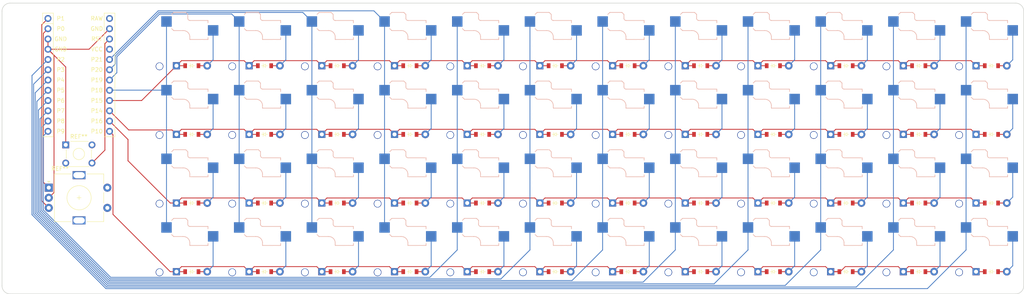
<source format=kicad_pcb>
(kicad_pcb (version 20240108) (generator "pcbnew") (generator_version "8.0")
  (title_block (title "pcb") (date "2025-06-06") (rev "v1.0.0") (company "Unknown"))
  (layers (0 "F.Cu" signal) (31 "B.Cu" signal) (34 "B.Paste" user) (35 "F.Paste" user) (36 "B.SilkS" user "B.Silkscreen") (37 "F.SilkS" user "F.Silkscreen") (38 "B.Mask" user) (39 "F.Mask" user) (44 "Edge.Cuts" user))
  (net 0 "")
  (net 1 "P18")
  (net 2 "one_mod")
  (net 3 "GND")
  (net 4 "one_bottom")
  (net 5 "one_home")
  (net 6 "one_top")
  (net 7 "P19")
  (net 8 "two_mod")
  (net 9 "two_bottom")
  (net 10 "two_home")
  (net 11 "two_top")
  (net 12 "P20")
  (net 13 "three_mod")
  (net 14 "three_bottom")
  (net 15 "three_home")
  (net 16 "three_top")
  (net 17 "P21")
  (net 18 "four_mod")
  (net 19 "four_bottom")
  (net 20 "four_home")
  (net 21 "four_top")
  (net 22 "P9")
  (net 23 "five_mod")
  (net 24 "five_bottom")
  (net 25 "five_home")
  (net 26 "five_top")
  (net 27 "P8")
  (net 28 "six_mod")
  (net 29 "six_bottom")
  (net 30 "six_home")
  (net 31 "six_top")
  (net 32 "P7")
  (net 33 "seven_mod")
  (net 34 "seven_bottom")
  (net 35 "seven_home")
  (net 36 "seven_top")
  (net 37 "P6")
  (net 38 "eight_mod")
  (net 39 "eight_bottom")
  (net 40 "eight_home")
  (net 41 "eight_top")
  (net 42 "P5")
  (net 43 "nine_mod")
  (net 44 "nine_bottom")
  (net 45 "nine_home")
  (net 46 "nine_top")
  (net 47 "P4")
  (net 48 "ten_mod")
  (net 49 "ten_bottom")
  (net 50 "ten_home")
  (net 51 "ten_top")
  (net 52 "P3")
  (net 53 "eleven_mod")
  (net 54 "eleven_bottom")
  (net 55 "eleven_home")
  (net 56 "eleven_top")
  (net 57 "P2")
  (net 58 "twelve_mod")
  (net 59 "twelve_bottom")
  (net 60 "twelve_home")
  (net 61 "twelve_top")
  (net 62 "P10")
  (net 63 "P16")
  (net 64 "P14")
  (net 65 "P15")
  (net 66 "RAW")
  (net 67 "RST")
  (net 68 "VCC")
  (net 69 "P1")
  (net 70 "P0")
  (footprint "ceoloide:diode_tht_sod123" (layer "F.Cu") (at 139 54)
    (property "Reference" "D12" (hide yes))
    (property "Value" "")
  )
  (footprint "ceoloide:diode_tht_sod123" (layer "F.Cu") (at 121 88)
    (property "Reference" "D6" (hide yes))
    (property "Value" "")
  )
  (footprint "ceoloide:diode_tht_sod123" (layer "F.Cu") (at 103 105)
    (property "Reference" "D1" (hide yes))
    (property "Value" "")
  )
  (footprint "ceoloide:diode_tht_sod123" (layer "F.Cu") (at 283 88)
    (property "Reference" "D42" (hide yes))
    (property "Value" "")
  )
  (footprint "ceoloide:mounting_hole_npth" (layer "F.Cu") (at 62 41)
    (property "Reference" "MH1" (hide yes))
    (property "Value" "")
  )
  (footprint "ceoloide:diode_tht_sod123" (layer "F.Cu") (at 301 71)
    (property "Reference" "D47" (hide yes))
    (property "Value" "")
  )
  (footprint "ceoloide:diode_tht_sod123" (layer "F.Cu") (at 193 71)
    (property "Reference" "D23" (hide yes))
    (property "Value" "")
  )
  (footprint "ceoloide:diode_tht_sod123" (layer "F.Cu") (at 193 54)
    (property "Reference" "D24" (hide yes))
    (property "Value" "")
  )
  (footprint "Rotary_Encoder:RotaryEncoder_Alps_EC11E-Switch_Vertical_H20mm" (layer "F.Cu") (at 67.575 84.2)
    (property "Reference" "REF**")
    (property "Value" "RotaryEncoder_Alps_EC11E-Switch_Vertical_H20mm")
  )
  (footprint "ceoloide:diode_tht_sod123" (layer "F.Cu") (at 229 71)
    (property "Reference" "D31" (hide yes))
    (property "Value" "")
  )
  (footprint "ceoloide:diode_tht_sod123" (layer "F.Cu") (at 193 88)
    (property "Reference" "D22" (hide yes))
    (property "Value" "")
  )
  (footprint "ceoloide:diode_tht_sod123" (layer "F.Cu") (at 103 71)
    (property "Reference" "D3" (hide yes))
    (property "Value" "")
  )
  (footprint "ceoloide:diode_tht_sod123" (layer "F.Cu") (at 157 105)
    (property "Reference" "D13" (hide yes))
    (property "Value" "")
  )
  (footprint "ceoloide:diode_tht_sod123" (layer "F.Cu") (at 301 54)
    (property "Reference" "D48" (hide yes))
    (property "Value" "")
  )
  (footprint "ceoloide:diode_tht_sod123" (layer "F.Cu") (at 121 105)
    (property "Reference" "D5" (hide yes))
    (property "Value" "")
  )
  (footprint "ceoloide:mounting_hole_npth" (layer "F.Cu") (at 62 108)
    (property "Reference" "MH2" (hide yes))
    (property "Value" "")
  )
  (footprint "ceoloide:diode_tht_sod123" (layer "F.Cu") (at 265 105)
    (property "Reference" "D37" (hide yes))
    (property "Value" "")
  )
  (footprint "ceoloide:diode_tht_sod123" (layer "F.Cu") (at 283 54)
    (property "Reference" "D44" (hide yes))
    (property "Value" "")
  )
  (footprint "ceoloide:diode_tht_sod123" (layer "F.Cu") (at 211 105)
    (property "Reference" "D25" (hide yes))
    (property "Value" "")
  )
  (footprint "Button_Switch_THT:SW_TH_Tactile_Omron_B3F-10xx" (layer "F.Cu") (at 71.775 73.6)
    (property "Reference" "REF**")
    (property "Value" "SW_TH_Tactile_Omron_B3F-10xx")
  )
  (footprint "ceoloide:diode_tht_sod123" (layer "F.Cu") (at 121 71)
    (property "Reference" "D7" (hide yes))
    (property "Value" "")
  )
  (footprint "ceoloide:diode_tht_sod123" (layer "F.Cu") (at 211 88)
    (property "Reference" "D26" (hide yes))
    (property "Value" "")
  )
  (footprint "ceoloide:diode_tht_sod123" (layer "F.Cu") (at 247 105)
    (property "Reference" "D33" (hide yes))
    (property "Value" "")
  )
  (footprint "ceoloide:diode_tht_sod123" (layer "F.Cu") (at 265 88)
    (property "Reference" "D38" (hide yes))
    (property "Value" "")
  )
  (footprint "ceoloide:diode_tht_sod123" (layer "F.Cu") (at 247 54)
    (property "Reference" "D36" (hide yes))
    (property "Value" "")
  )
  (footprint "ceoloide:mcu_supermini_nrf52840" (layer "F.Cu") (at 75 55)
    (property "Reference" "MCU1" (hide yes))
    (property "Value" "")
  )
  (footprint "ceoloide:diode_tht_sod123" (layer "F.Cu") (at 139 105)
    (property "Reference" "D9" (hide yes))
    (property "Value" "")
  )
  (footprint "ceoloide:diode_tht_sod123" (layer "F.Cu") (at 139 88)
    (property "Reference" "D10" (hide yes))
    (property "Value" "")
  )
  (footprint "ceoloide:diode_tht_sod123" (layer "F.Cu") (at 229 105)
    (property "Reference" "D29" (hide yes))
    (property "Value" "")
  )
  (footprint "ceoloide:diode_tht_sod123" (layer "F.Cu") (at 211 71)
    (property "Reference" "D27" (hide yes))
    (property "Value" "")
  )
  (footprint "ceoloide:diode_tht_sod123" (layer "F.Cu") (at 247 88)
    (property "Reference" "D34" (hide yes))
    (property "Value" "")
  )
  (footprint "ceoloide:diode_tht_sod123" (layer "F.Cu") (at 283 105)
    (property "Reference" "D41" (hide yes))
    (property "Value" "")
  )
  (footprint "ceoloide:diode_tht_sod123" (layer "F.Cu") (at 265 54)
    (property "Reference" "D40" (hide yes))
    (property "Value" "")
  )
  (footprint "ceoloide:mounting_hole_npth" (layer "F.Cu") (at 306 108)
    (property "Reference" "MH4" (hide yes))
    (property "Value" "")
  )
  (footprint "ceoloide:diode_tht_sod123" (layer "F.Cu") (at 175 71)
    (property "Reference" "D19" (hide yes))
    (property "Value" "")
  )
  (footprint "ceoloide:diode_tht_sod123" (layer "F.Cu") (at 139 71)
    (property "Reference" "D11" (hide yes))
    (property "Value" "")
  )
  (footprint "ceoloide:diode_tht_sod123" (layer "F.Cu") (at 103 54)
    (property "Reference" "D4" (hide yes))
    (property "Value" "")
  )
  (footprint "ceoloide:diode_tht_sod123" (layer "F.Cu") (at 157 54)
    (property "Reference" "D16" (hide yes))
    (property "Value" "")
  )
  (footprint "ceoloide:diode_tht_sod123" (layer "F.Cu") (at 121 54)
    (property "Reference" "D8" (hide yes))
    (property "Value" "")
  )
  (footprint "ceoloide:diode_tht_sod123" (layer "F.Cu") (at 247 71)
    (property "Reference" "D35" (hide yes))
    (property "Value" "")
  )
  (footprint "ceoloide:diode_tht_sod123" (layer "F.Cu") (at 229 88)
    (property "Reference" "D30" (hide yes))
    (property "Value" "")
  )
  (footprint "ceoloide:mounting_hole_npth" (layer "F.Cu") (at 306 41)
    (property "Reference" "MH3" (hide yes))
    (property "Value" "")
  )
  (footprint "ceoloide:diode_tht_sod123" (layer "F.Cu") (at 211 54)
    (property "Reference" "D28" (hide yes))
    (property "Value" "")
  )
  (footprint "ceoloide:diode_tht_sod123" (layer "F.Cu") (at 175 88)
    (property "Reference" "D18" (hide yes))
    (property "Value" "")
  )
  (footprint "ceoloide:diode_tht_sod123" (layer "F.Cu") (at 157 88)
    (property "Reference" "D14" (hide yes))
    (property "Value" "")
  )
  (footprint "ceoloide:diode_tht_sod123" (layer "F.Cu") (at 175 105)
    (property "Reference" "D17" (hide yes))
    (property "Value" "")
  )
  (footprint "ceoloide:diode_tht_sod123" (layer "F.Cu") (at 175 54)
    (property "Reference" "D20" (hide yes))
    (property "Value" "")
  )
  (footprint "ceoloide:diode_tht_sod123" (layer "F.Cu") (at 265 71)
    (property "Reference" "D39" (hide yes))
    (property "Value" "")
  )
  (footprint "ceoloide:diode_tht_sod123" (layer "F.Cu") (at 157 71)
    (property "Reference" "D15" (hide yes))
    (property "Value" "")
  )
  (footprint "ceoloide:diode_tht_sod123" (layer "F.Cu") (at 229 54)
    (property "Reference" "D32" (hide yes))
    (property "Value" "")
  )
  (footprint "ceoloide:diode_tht_sod123" (layer "F.Cu") (at 193 105)
    (property "Reference" "D21" (hide yes))
    (property "Value" "")
  )
  (footprint "ceoloide:diode_tht_sod123" (layer "F.Cu") (at 301 88)
    (property "Reference" "D46" (hide yes))
    (property "Value" "")
  )
  (footprint "ceoloide:diode_tht_sod123" (layer "F.Cu") (at 283 71)
    (property "Reference" "D43" (hide yes))
    (property "Value" "")
  )
  (footprint "ceoloide:diode_tht_sod123" (layer "F.Cu") (at 301 105)
    (property "Reference" "D45" (hide yes))
    (property "Value" "")
  )
  (footprint "ceoloide:diode_tht_sod123" (layer "F.Cu") (at 103 88)
    (property "Reference" "D2" (hide yes))
    (property "Value" "")
  )
  (footprint "ceoloide:switch_choc_v1_v2" (layer "B.Cu") (at 280 83)
    (property "Reference" "S42" (hide yes))
    (property "Value" "")
  )
  (footprint "ceoloide:switch_choc_v1_v2" (layer "B.Cu") (at 172 100)
    (property "Reference" "S17" (hide yes))
    (property "Value" "")
  )
  (footprint "ceoloide:switch_choc_v1_v2" (layer "B.Cu") (at 190 100)
    (property "Reference" "S21" (hide yes))
    (property "Value" "")
  )
  (footprint "ceoloide:switch_choc_v1_v2" (layer "B.Cu") (at 244 83)
    (property "Reference" "S34" (hide yes))
    (property "Value" "")
  )
  (footprint "ceoloide:switch_choc_v1_v2" (layer "B.Cu") (at 280 100)
    (property "Reference" "S41" (hide yes))
    (property "Value" "")
  )
  (footprint "ceoloide:switch_choc_v1_v2" (layer "B.Cu") (at 208 49)
    (property "Reference" "S28" (hide yes))
    (property "Value" "")
  )
  (footprint "ceoloide:switch_choc_v1_v2" (layer "B.Cu") (at 136 83)
    (property "Reference" "S10" (hide yes))
    (property "Value" "")
  )
  (footprint "ceoloide:switch_choc_v1_v2" (layer "B.Cu") (at 262 49)
    (property "Reference" "S40" (hide yes))
    (property "Value" "")
  )
  (footprint "ceoloide:switch_choc_v1_v2" (layer "B.Cu") (at 226 49)
    (property "Reference" "S32" (hide yes))
    (property "Value" "")
  )
  (footprint "ceoloide:switch_choc_v1_v2" (layer "B.Cu") (at 208 66)
    (property "Reference" "S27" (hide yes))
    (property "Value" "")
  )
  (footprint "ceoloide:switch_choc_v1_v2" (layer "B.Cu") (at 154 83)
    (property "Reference" "S14" (hide yes))
    (property "Value" "")
  )
  (footprint "ceoloide:switch_choc_v1_v2" (layer "B.Cu") (at 298 100)
    (property "Reference" "S45" (hide yes))
    (property "Value" "")
  )
  (footprint "ceoloide:switch_choc_v1_v2" (layer "B.Cu") (at 190 83)
    (property "Reference" "S22" (hide yes))
    (property "Value" "")
  )
  (footprint "ceoloide:switch_choc_v1_v2" (layer "B.Cu") (at 226 100)
    (property "Reference" "S29" (hide yes))
    (property "Value" "")
  )
  (footprint "ceoloide:switch_choc_v1_v2" (layer "B.Cu") (at 100 83)
    (property "Reference" "S2" (hide yes))
    (property "Value" "")
  )
  (footprint "ceoloide:switch_choc_v1_v2" (layer "B.Cu") (at 154 49)
    (property "Reference" "S16" (hide yes))
    (property "Value" "")
  )
  (footprint "ceoloide:switch_choc_v1_v2" (layer "B.Cu") (at 298 66)
    (property "Reference" "S47" (hide yes))
    (property "Value" "")
  )
  (footprint "ceoloide:switch_choc_v1_v2" (layer "B.Cu") (at 100 49)
    (property "Reference" "S4" (hide yes))
    (property "Value" "")
  )
  (footprint "ceoloide:switch_choc_v1_v2" (layer "B.Cu") (at 244 66)
    (property "Reference" "S35" (hide yes))
    (property "Value" "")
  )
  (footprint "ceoloide:switch_choc_v1_v2" (layer "B.Cu") (at 262 83)
    (property "Reference" "S38" (hide yes))
    (property "Value" "")
  )
  (footprint "ceoloide:switch_choc_v1_v2" (layer "B.Cu") (at 118 100)
    (property "Reference" "S5" (hide yes))
    (property "Value" "")
  )
  (footprint "ceoloide:switch_choc_v1_v2" (layer "B.Cu") (at 136 66)
    (property "Reference" "S11" (hide yes))
    (property "Value" "")
  )
  (footprint "ceoloide:switch_choc_v1_v2" (layer "B.Cu") (at 298 83)
    (property "Reference" "S46" (hide yes))
    (property "Value" "")
  )
  (footprint "ceoloide:switch_choc_v1_v2" (layer "B.Cu") (at 172 66)
    (property "Reference" "S19" (hide yes))
    (property "Value" "")
  )
  (footprint "ceoloide:switch_choc_v1_v2" (layer "B.Cu") (at 244 49)
    (property "Reference" "S36" (hide yes))
    (property "Value" "")
  )
  (footprint "ceoloide:switch_choc_v1_v2" (layer "B.Cu") (at 244 100)
    (property "Reference" "S33" (hide yes))
    (property "Value" "")
  )
  (footprint "ceoloide:switch_choc_v1_v2" (layer "B.Cu") (at 208 83)
    (property "Reference" "S26" (hide yes))
    (property "Value" "")
  )
  (footprint "ceoloide:switch_choc_v1_v2" (layer "B.Cu") (at 100 66)
    (property "Reference" "S3" (hide yes))
    (property "Value" "")
  )
  (footprint "ceoloide:switch_choc_v1_v2" (layer "B.Cu") (at 172 49)
    (property "Reference" "S20" (hide yes))
    (property "Value" "")
  )
  (footprint "ceoloide:switch_choc_v1_v2" (layer "B.Cu") (at 118 83)
    (property "Reference" "S6" (hide yes))
    (property "Value" "")
  )
  (footprint "ceoloide:switch_choc_v1_v2" (layer "B.Cu") (at 262 66)
    (property "Reference" "S39" (hide yes))
    (property "Value" "")
  )
  (footprint "ceoloide:switch_choc_v1_v2" (layer "B.Cu") (at 118 49)
    (property "Reference" "S8" (hide yes))
    (property "Value" "")
  )
  (footprint "ceoloide:switch_choc_v1_v2" (layer "B.Cu") (at 136 100)
    (property "Reference" "S9" (hide yes))
    (property "Value" "")
  )
  (footprint "ceoloide:switch_choc_v1_v2" (layer "B.Cu") (at 118 66)
    (property "Reference" "S7" (hide yes))
    (property "Value" "")
  )
  (footprint "ceoloide:switch_choc_v1_v2" (layer "B.Cu") (at 172 83)
    (property "Reference" "S18" (hide yes))
    (property "Value" "")
  )
  (footprint "ceoloide:switch_choc_v1_v2" (layer "B.Cu") (at 226 66)
    (property "Reference" "S31" (hide yes))
    (property "Value" "")
  )
  (footprint "ceoloide:switch_choc_v1_v2" (layer "B.Cu") (at 190 66)
    (property "Reference" "S23" (hide yes))
    (property "Value" "")
  )
  (footprint "ceoloide:switch_choc_v1_v2" (layer "B.Cu") (at 190 49)
    (property "Reference" "S24" (hide yes))
    (property "Value" "")
  )
  (footprint "ceoloide:switch_choc_v1_v2" (layer "B.Cu") (at 262 100)
    (property "Reference" "S37" (hide yes))
    (property "Value" "")
  )
  (footprint "ceoloide:switch_choc_v1_v2" (layer "B.Cu") (at 280 66)
    (property "Reference" "S43" (hide yes))
    (property "Value" "")
  )
  (footprint "ceoloide:switch_choc_v1_v2" (layer "B.Cu") (at 208 100)
    (property "Reference" "S25" (hide yes))
    (property "Value" "")
  )
  (footprint "ceoloide:switch_choc_v1_v2" (layer "B.Cu") (at 136 49)
    (property "Reference" "S12" (hide yes))
    (property "Value" "")
  )
  (footprint "ceoloide:switch_choc_v1_v2" (layer "B.Cu") (at 298 49)
    (property "Reference" "S48" (hide yes))
    (property "Value" "")
  )
  (footprint "ceoloide:switch_choc_v1_v2" (layer "B.Cu") (at 280 49)
    (property "Reference" "S44" (hide yes))
    (property "Value" "")
  )
  (footprint "ceoloide:switch_choc_v1_v2" (layer "B.Cu") (at 226 83)
    (property "Reference" "S30" (hide yes))
    (property "Value" "")
  )
  (footprint "ceoloide:switch_choc_v1_v2" (layer "B.Cu") (at 100 100)
    (property "Reference" "S1" (hide yes))
    (property "Value" "")
  )
  (footprint "ceoloide:switch_choc_v1_v2" (layer "B.Cu") (at 154 100)
    (property "Reference" "S13" (hide yes))
    (property "Value" "")
  )
  (footprint "ceoloide:switch_choc_v1_v2" (layer "B.Cu") (at 154 66)
    (property "Reference" "S15" (hide yes))
    (property "Value" "")
  )
  (gr_line (start 58 38.5) (end 307 38.5) (stroke (width 0.15)) (layer "Edge.Cuts"))
  (gr_line (start 56 108.5) (end 56 40.5) (stroke (width 0.15)) (layer "Edge.Cuts"))
  (gr_arc (start 307 38.5) (mid 308.414214 39.085786) (end 309 40.5) (stroke (width 0.15)) (layer "Edge.Cuts"))
  (gr_line (start 309 40.5) (end 309 108.5) (stroke (width 0.15)) (layer "Edge.Cuts"))
  (gr_arc (start 56 40.5) (mid 56.585786 39.085786) (end 58 38.5) (stroke (width 0.15)) (layer "Edge.Cuts"))
  (gr_arc (start 309 108.5) (mid 308.414214 109.914214) (end 307 110.5) (stroke (width 0.15)) (layer "Edge.Cuts"))
  (gr_line (start 307 110.5) (end 58 110.5) (stroke (width 0.15)) (layer "Edge.Cuts"))
  (gr_arc (start 58 110.5) (mid 56.585786 109.914214) (end 56 108.5) (stroke (width 0.15)) (layer "Edge.Cuts"))
  (segment (start 96.725 60.05) (end 82.65 60.05) (width 0.2) (layer "B.Cu") (net 1))
  (segment (start 82.65 60.05) (end 82.62 60.08) (width 0.2) (layer "B.Cu") (net 1))
  (segment (start 96.725 60.05) (end 96.725 77.05) (width 0.2) (layer "B.Cu") (net 1))
  (segment (start 96.725 43.05) (end 96.725 60.05) (width 0.2) (layer "B.Cu") (net 1))
  (segment (start 96.725 77.05) (end 96.725 94.05) (width 0.2) (layer "B.Cu") (net 1))
  (segment (start 104.65 105) (end 106.81 105) (width 0.2) (layer "F.Cu") (net 2))
  (segment (start 108.275 103.535) (end 106.81 105) (width 0.2) (layer "B.Cu") (net 2))
  (segment (start 108.275 96.25) (end 108.275 103.535) (width 0.2) (layer "B.Cu") (net 2))
  (segment (start 67.575 86.7) (end 68.875 85.4) (width 0.2) (layer "F.Cu") (net 3))
  (segment (start 67.38 49.92) (end 67.38 47.38) (width 0.2) (layer "F.Cu") (net 3))
  (segment (start 77.54 49.92) (end 82.62 44.84) (width 0.2) (layer "F.Cu") (net 3))
  (segment (start 68.875 85.4) (end 68.875 51.415) (width 0.2) (layer "F.Cu") (net 3))
  (segment (start 67.38 49.92) (end 77.54 49.92) (width 0.2) (layer "F.Cu") (net 3))
  (segment (start 71.775 73.6) (end 71.775 54.315) (width 0.2) (layer "F.Cu") (net 3))
  (segment (start 68.875 51.415) (end 67.38 49.92) (width 0.2) (layer "F.Cu") (net 3))
  (segment (start 71.775 54.315) (end 67.38 49.92) (width 0.2) (layer "F.Cu") (net 3))
  (segment (start 106.81 88) (end 104.65 88) (width 0.2) (layer "F.Cu") (net 4))
  (segment (start 108.275 86.535) (end 106.81 88) (width 0.2) (layer "B.Cu") (net 4))
  (segment (start 108.275 79.25) (end 108.275 86.535) (width 0.2) (layer "B.Cu") (net 4))
  (segment (start 104.65 71) (end 106.81 71) (width 0.2) (layer "F.Cu") (net 5))
  (segment (start 108.275 69.535) (end 106.81 71) (width 0.2) (layer "B.Cu") (net 5))
  (segment (start 108.275 62.25) (end 108.275 69.535) (width 0.2) (layer "B.Cu") (net 5))
  (segment (start 104.65 54) (end 106.81 54) (width 0.2) (layer "F.Cu") (net 6))
  (segment (start 108.275 45.25) (end 108.275 52.535) (width 0.2) (layer "B.Cu") (net 6))
  (segment (start 108.275 52.535) (end 106.81 54) (width 0.2) (layer "B.Cu") (net 6))
  (segment (start 114.725 77.05) (end 114.725 94.05) (width 0.2) (layer "B.Cu") (net 7))
  (segment (start 112.875 41.2) (end 95.025 41.2) (width 0.2) (layer "B.Cu") (net 7))
  (segment (start 84.425 55.735) (end 82.62 57.54) (width 0.2) (layer "B.Cu") (net 7))
  (segment (start 95.025 41.2) (end 84.425 51.8) (width 0.2) (layer "B.Cu") (net 7))
  (segment (start 114.725 43.05) (end 112.875 41.2) (width 0.2) (layer "B.Cu") (net 7))
  (segment (start 114.725 60.05) (end 114.725 77.05) (width 0.2) (layer "B.Cu") (net 7))
  (segment (start 84.425 51.8) (end 84.425 55.735) (width 0.2) (layer "B.Cu") (net 7))
  (segment (start 114.725 43.05) (end 114.725 60.05) (width 0.2) (layer "B.Cu") (net 7))
  (segment (start 122.65 105) (end 124.81 105) (width 0.2) (layer "F.Cu") (net 8))
  (segment (start 126.275 96.25) (end 126.275 103.535) (width 0.2) (layer "B.Cu") (net 8))
  (segment (start 126.275 103.535) (end 124.81 105) (width 0.2) (layer "B.Cu") (net 8))
  (segment (start 124.81 88) (end 122.65 88) (width 0.2) (layer "F.Cu") (net 9))
  (segment (start 126.275 86.535) (end 124.81 88) (width 0.2) (layer "B.Cu") (net 9))
  (segment (start 126.275 79.25) (end 126.275 86.535) (width 0.2) (layer "B.Cu") (net 9))
  (segment (start 122.65 71) (end 124.81 71) (width 0.2) (layer "F.Cu") (net 10))
  (segment (start 126.275 69.535) (end 124.81 71) (width 0.2) (layer "B.Cu") (net 10))
  (segment (start 126.275 62.25) (end 126.275 69.535) (width 0.2) (layer "B.Cu") (net 10))
  (segment (start 122.65 54) (end 124.81 54) (width 0.2) (layer "F.Cu") (net 11))
  (segment (start 126.275 52.535) (end 124.81 54) (width 0.2) (layer "B.Cu") (net 11))
  (segment (start 126.275 45.25) (end 126.275 52.535) (width 0.2) (layer "B.Cu") (net 11))
  (segment (start 94.859315 40.8) (end 84.025 51.634315) (width 0.2) (layer "B.Cu") (net 12))
  (segment (start 132.725 43.05) (end 132.725 60.05) (width 0.2) (layer "B.Cu") (net 12))
  (segment (start 84.025 51.634315) (end 84.025 53.595) (width 0.2) (layer "B.Cu") (net 12))
  (segment (start 132.725 77.05) (end 132.725 94.05) (width 0.2) (layer "B.Cu") (net 12))
  (segment (start 132.725 43.05) (end 130.475 40.8) (width 0.2) (layer "B.Cu") (net 12))
  (segment (start 130.475 40.8) (end 94.859315 40.8) (width 0.2) (layer "B.Cu") (net 12))
  (segment (start 84.025 53.595) (end 82.62 55) (width 0.2) (layer "B.Cu") (net 12))
  (segment (start 132.725 60.05) (end 132.725 77.05) (width 0.2) (layer "B.Cu") (net 12))
  (segment (start 140.65 105) (end 142.81 105) (width 0.2) (layer "F.Cu") (net 13))
  (segment (start 144.275 96.25) (end 144.275 103.535) (width 0.2) (layer "B.Cu") (net 13))
  (segment (start 144.275 103.535) (end 142.81 105) (width 0.2) (layer "B.Cu") (net 13))
  (segment (start 142.81 88) (end 140.65 88) (width 0.2) (layer "F.Cu") (net 14))
  (segment (start 144.275 86.535) (end 142.81 88) (width 0.2) (layer "B.Cu") (net 14))
  (segment (start 144.275 79.25) (end 144.275 86.535) (width 0.2) (layer "B.Cu") (net 14))
  (segment (start 140.65 71) (end 142.81 71) (width 0.2) (layer "F.Cu") (net 15))
  (segment (start 144.275 62.25) (end 144.275 69.535) (width 0.2) (layer "B.Cu") (net 15))
  (segment (start 144.275 69.535) (end 142.81 71) (width 0.2) (layer "B.Cu") (net 15))
  (segment (start 140.65 54) (end 142.81 54) (width 0.2) (layer "F.Cu") (net 16))
  (segment (start 144.275 52.535) (end 142.81 54) (width 0.2) (layer "B.Cu") (net 16))
  (segment (start 144.275 45.25) (end 144.275 52.535) (width 0.2) (layer "B.Cu") (net 16))
  (segment (start 148.075 40.4) (end 94.68 40.4) (width 0.2) (layer "B.Cu") (net 17))
  (segment (start 150.725 43.05) (end 150.725 60.05) (width 0.2) (layer "B.Cu") (net 17))
  (segment (start 94.68 40.4) (end 82.62 52.46) (width 0.2) (layer "B.Cu") (net 17))
  (segment (start 150.725 77.05) (end 150.725 94.05) (width 0.2) (layer "B.Cu") (net 17))
  (segment (start 150.725 43.05) (end 148.075 40.4) (width 0.2) (layer "B.Cu") (net 17))
  (segment (start 150.725 60.05) (end 150.725 77.05) (width 0.2) (layer "B.Cu") (net 17))
  (segment (start 158.65 105) (end 160.81 105) (width 0.2) (layer "F.Cu") (net 18))
  (segment (start 162.275 96.25) (end 162.275 103.535) (width 0.2) (layer "B.Cu") (net 18))
  (segment (start 162.275 103.535) (end 160.81 105) (width 0.2) (layer "B.Cu") (net 18))
  (segment (start 160.81 88) (end 158.65 88) (width 0.2) (layer "F.Cu") (net 19))
  (segment (start 162.275 79.25) (end 162.275 86.535) (width 0.2) (layer "B.Cu") (net 19))
  (segment (start 162.275 86.535) (end 160.81 88) (width 0.2) (layer "B.Cu") (net 19))
  (segment (start 158.65 71) (end 160.81 71) (width 0.2) (layer "F.Cu") (net 20))
  (segment (start 162.275 62.25) (end 162.275 69.535) (width 0.2) (layer "B.Cu") (net 20))
  (segment (start 162.275 69.535) (end 160.81 71) (width 0.2) (layer "B.Cu") (net 20))
  (segment (start 158.65 54) (end 160.81 54) (width 0.2) (layer "F.Cu") (net 21))
  (segment (start 162.275 52.535) (end 160.81 54) (width 0.2) (layer "B.Cu") (net 21))
  (segment (start 162.275 45.25) (end 162.275 52.535) (width 0.2) (layer "B.Cu") (net 21))
  (segment (start 82.9 106.4) (end 66.225 89.725) (width 0.2) (layer "B.Cu") (net 22))
  (segment (start 168.725 60.05) (end 168.725 77.05) (width 0.2) (layer "B.Cu") (net 22))
  (segment (start 168.725 43.05) (end 168.725 60.05) (width 0.2) (layer "B.Cu") (net 22))
  (segment (start 168.725 94.05) (end 168.725 99.613478) (width 0.2) (layer "B.Cu") (net 22))
  (segment (start 168.725 77.05) (end 168.725 94.05) (width 0.2) (layer "B.Cu") (net 22))
  (segment (start 66.225 89.725) (end 66.225 71.395) (width 0.2) (layer "B.Cu") (net 22))
  (segment (start 168.725 99.613478) (end 161.938478 106.4) (width 0.2) (layer "B.Cu") (net 22))
  (segment (start 66.225 71.395) (end 67.38 70.24) (width 0.2) (layer "B.Cu") (net 22))
  (segment (start 161.938478 106.4) (end 82.9 106.4) (width 0.2) (layer "B.Cu") (net 22))
  (segment (start 176.65 105) (end 178.81 105) (width 0.2) (layer "F.Cu") (net 23))
  (segment (start 180.275 96.25) (end 180.275 103.535) (width 0.2) (layer "B.Cu") (net 23))
  (segment (start 180.275 103.535) (end 178.81 105) (width 0.2) (layer "B.Cu") (net 23))
  (segment (start 178.81 88) (end 176.65 88) (width 0.2) (layer "F.Cu") (net 24))
  (segment (start 180.275 86.535) (end 178.81 88) (width 0.2) (layer "B.Cu") (net 24))
  (segment (start 180.275 79.25) (end 180.275 86.535) (width 0.2) (layer "B.Cu") (net 24))
  (segment (start 176.65 71) (end 178.81 71) (width 0.2) (layer "F.Cu") (net 25))
  (segment (start 180.275 62.25) (end 180.275 69.535) (width 0.2) (layer "B.Cu") (net 25))
  (segment (start 180.275 69.535) (end 178.81 71) (width 0.2) (layer "B.Cu") (net 25))
  (segment (start 176.65 54) (end 178.81 54) (width 0.2) (layer "F.Cu") (net 26))
  (segment (start 180.275 52.535) (end 178.81 54) (width 0.2) (layer "B.Cu") (net 26))
  (segment (start 180.275 45.25) (end 180.275 52.535) (width 0.2) (layer "B.Cu") (net 26))
  (segment (start 65.825 69.255) (end 67.38 67.7) (width 0.2) (layer "B.Cu") (net 27))
  (segment (start 65.825 89.890686) (end 65.825 69.255) (width 0.2) (layer "B.Cu") (net 27))
  (segment (start 186.725 77.05) (end 186.725 94.05) (width 0.2) (layer "B.Cu") (net 27))
  (segment (start 186.725 94.05) (end 186.725 99.613478) (width 0.2) (layer "B.Cu") (net 27))
  (segment (start 82.734314 106.8) (end 65.825 89.890686) (width 0.2) (layer "B.Cu") (net 27))
  (segment (start 186.725 60.05) (end 186.725 77.05) (width 0.2) (layer "B.Cu") (net 27))
  (segment (start 186.725 99.613478) (end 179.538478 106.8) (width 0.2) (layer "B.Cu") (net 27))
  (segment (start 186.725 43.05) (end 186.725 60.05) (width 0.2) (layer "B.Cu") (net 27))
  (segment (start 179.538478 106.8) (end 82.734314 106.8) (width 0.2) (layer "B.Cu") (net 27))
  (segment (start 194.65 105) (end 196.81 105) (width 0.2) (layer "F.Cu") (net 28))
  (segment (start 198.275 103.535) (end 196.81 105) (width 0.2) (layer "B.Cu") (net 28))
  (segment (start 198.275 96.25) (end 198.275 103.535) (width 0.2) (layer "B.Cu") (net 28))
  (segment (start 196.81 88) (end 194.65 88) (width 0.2) (layer "F.Cu") (net 29))
  (segment (start 198.275 86.535) (end 196.81 88) (width 0.2) (layer "B.Cu") (net 29))
  (segment (start 198.275 79.25) (end 198.275 86.535) (width 0.2) (layer "B.Cu") (net 29))
  (segment (start 194.65 71) (end 196.81 71) (width 0.2) (layer "F.Cu") (net 30))
  (segment (start 198.275 62.25) (end 198.275 69.535) (width 0.2) (layer "B.Cu") (net 30))
  (segment (start 198.275 69.535) (end 196.81 71) (width 0.2) (layer "B.Cu") (net 30))
  (segment (start 194.65 54) (end 196.81 54) (width 0.2) (layer "F.Cu") (net 31))
  (segment (start 198.275 45.25) (end 198.275 52.535) (width 0.2) (layer "B.Cu") (net 31))
  (segment (start 198.275 52.535) (end 196.81 54) (width 0.2) (layer "B.Cu") (net 31))
  (segment (start 204.725 77.05) (end 204.725 94.05) (width 0.2) (layer "B.Cu") (net 32))
  (segment (start 204.725 94.05) (end 204.725 99.613478) (width 0.2) (layer "B.Cu") (net 32))
  (segment (start 204.725 99.613478) (end 197.138478 107.2) (width 0.2) (layer "B.Cu") (net 32))
  (segment (start 204.725 60.05) (end 204.725 77.05) (width 0.2) (layer "B.Cu") (net 32))
  (segment (start 197.138478 107.2) (end 82.568628 107.2) (width 0.2) (layer "B.Cu") (net 32))
  (segment (start 82.568628 107.2) (end 65.425 90.056372) (width 0.2) (layer "B.Cu") (net 32))
  (segment (start 65.425 67.115) (end 67.38 65.16) (width 0.2) (layer "B.Cu") (net 32))
  (segment (start 204.725 43.05) (end 204.725 60.05) (width 0.2) (layer "B.Cu") (net 32))
  (segment (start 65.425 90.056372) (end 65.425 67.115) (width 0.2) (layer "B.Cu") (net 32))
  (segment (start 212.65 105) (end 214.81 105) (width 0.2) (layer "F.Cu") (net 33))
  (segment (start 216.275 103.535) (end 214.81 105) (width 0.2) (layer "B.Cu") (net 33))
  (segment (start 216.275 96.25) (end 216.275 103.535) (width 0.2) (layer "B.Cu") (net 33))
  (segment (start 214.81 88) (end 212.65 88) (width 0.2) (layer "F.Cu") (net 34))
  (segment (start 216.275 79.25) (end 216.275 86.535) (width 0.2) (layer "B.Cu") (net 34))
  (segment (start 216.275 86.535) (end 214.81 88) (width 0.2) (layer "B.Cu") (net 34))
  (segment (start 212.65 71) (end 214.81 71) (width 0.2) (layer "F.Cu") (net 35))
  (segment (start 216.275 62.25) (end 216.275 69.535) (width 0.2) (layer "B.Cu") (net 35))
  (segment (start 216.275 69.535) (end 214.81 71) (width 0.2) (layer "B.Cu") (net 35))
  (segment (start 212.65 54) (end 214.81 54) (width 0.2) (layer "F.Cu") (net 36))
  (segment (start 216.275 45.25) (end 216.275 52.535) (width 0.2) (layer "B.Cu") (net 36))
  (segment (start 216.275 52.535) (end 214.81 54) (width 0.2) (layer "B.Cu") (net 36))
  (segment (start 222.725 77.05) (end 222.725 94.05) (width 0.2) (layer "B.Cu") (net 37))
  (segment (start 65.025 90.222058) (end 65.025 64.975) (width 0.2) (layer "B.Cu") (net 37))
  (segment (start 222.725 99.613478) (end 214.738478 107.6) (width 0.2) (layer "B.Cu") (net 37))
  (segment (start 222.725 43.05) (end 222.725 60.05) (width 0.2) (layer "B.Cu") (net 37))
  (segment (start 222.725 94.05) (end 222.725 99.613478) (width 0.2) (layer "B.Cu") (net 37))
  (segment (start 222.725 60.05) (end 222.725 77.05) (width 0.2) (layer "B.Cu") (net 37))
  (segment (start 65.025 64.975) (end 67.38 62.62) (width 0.2) (layer "B.Cu") (net 37))
  (segment (start 214.738478 107.6) (end 82.402942 107.6) (width 0.2) (layer "B.Cu") (net 37))
  (segment (start 82.402942 107.6) (end 65.025 90.222058) (width 0.2) (layer "B.Cu") (net 37))
  (segment (start 230.65 105) (end 232.81 105) (width 0.2) (layer "F.Cu") (net 38))
  (segment (start 234.275 103.535) (end 232.81 105) (width 0.2) (layer "B.Cu") (net 38))
  (segment (start 234.275 96.25) (end 234.275 103.535) (width 0.2) (layer "B.Cu") (net 38))
  (segment (start 232.81 88) (end 230.65 88) (width 0.2) (layer "F.Cu") (net 39))
  (segment (start 234.275 86.535) (end 232.81 88) (width 0.2) (layer "B.Cu") (net 39))
  (segment (start 234.275 79.25) (end 234.275 86.535) (width 0.2) (layer "B.Cu") (net 39))
  (segment (start 230.65 71) (end 232.81 71) (width 0.2) (layer "F.Cu") (net 40))
  (segment (start 234.275 62.25) (end 234.275 69.535) (width 0.2) (layer "B.Cu") (net 40))
  (segment (start 234.275 69.535) (end 232.81 71) (width 0.2) (layer "B.Cu") (net 40))
  (segment (start 230.65 54) (end 232.81 54) (width 0.2) (layer "F.Cu") (net 41))
  (segment (start 234.275 52.535) (end 232.81 54) (width 0.2) (layer "B.Cu") (net 41))
  (segment (start 234.275 45.25) (end 234.275 52.535) (width 0.2) (layer "B.Cu") (net 41))
  (segment (start 240.725 77.05) (end 240.725 94.05) (width 0.2) (layer "B.Cu") (net 42))
  (segment (start 240.725 60.05) (end 240.725 77.05) (width 0.2) (layer "B.Cu") (net 42))
  (segment (start 232.338478 108) (end 82.237256 108) (width 0.2) (layer "B.Cu") (net 42))
  (segment (start 64.625 90.387744) (end 64.625 62.835) (width 0.2) (layer "B.Cu") (net 42))
  (segment (start 240.725 94.05) (end 240.725 99.613478) (width 0.2) (layer "B.Cu") (net 42))
  (segment (start 82.237256 108) (end 64.625 90.387744) (width 0.2) (layer "B.Cu") (net 42))
  (segment (start 240.725 43.05) (end 240.725 60.05) (width 0.2) (layer "B.Cu") (net 42))
  (segment (start 240.725 99.613478) (end 232.338478 108) (width 0.2) (layer "B.Cu") (net 42))
  (segment (start 64.625 62.835) (end 67.38 60.08) (width 0.2) (layer "B.Cu") (net 42))
  (segment (start 248.65 105) (end 250.81 105) (width 0.2) (layer "F.Cu") (net 43))
  (segment (start 252.275 103.535) (end 250.81 105) (width 0.2) (layer "B.Cu") (net 43))
  (segment (start 252.275 96.25) (end 252.275 103.535) (width 0.2) (layer "B.Cu") (net 43))
  (segment (start 250.81 88) (end 248.65 88) (width 0.2) (layer "F.Cu") (net 44))
  (segment (start 252.275 79.25) (end 252.275 86.535) (width 0.2) (layer "B.Cu") (net 44))
  (segment (start 252.275 86.535) (end 250.81 88) (width 0.2) (layer "B.Cu") (net 44))
  (segment (start 248.65 71) (end 250.81 71) (width 0.2) (layer "F.Cu") (net 45))
  (segment (start 252.275 62.25) (end 252.275 69.535) (width 0.2) (layer "B.Cu") (net 45))
  (segment (start 252.275 69.535) (end 250.81 71) (width 0.2) (layer "B.Cu") (net 45))
  (segment (start 248.65 54) (end 250.81 54) (width 0.2) (layer "F.Cu") (net 46))
  (segment (start 252.275 52.535) (end 250.81 54) (width 0.2) (layer "B.Cu") (net 46))
  (segment (start 252.275 45.25) (end 252.275 52.535) (width 0.2) (layer "B.Cu") (net 46))
  (segment (start 258.725 60.05) (end 258.725 43.05) (width 0.2) (layer "B.Cu") (net 47))
  (segment (start 64.225 90.55343) (end 64.225 60.695) (width 0.2) (layer "B.Cu") (net 47))
  (segment (start 258.725 77.05) (end 258.725 60.05) (width 0.2) (layer "B.Cu") (net 47))
  (segment (start 258.725 99.613478) (end 249.938478 108.4) (width 0.2) (layer "B.Cu") (net 47))
  (segment (start 64.225 60.695) (end 67.38 57.54) (width 0.2) (layer "B.Cu") (net 47))
  (segment (start 258.725 94.05) (end 258.725 77.05) (width 0.2) (layer "B.Cu") (net 47))
  (segment (start 258.725 94.05) (end 258.725 99.613478) (width 0.2) (layer "B.Cu") (net 47))
  (segment (start 82.07157 108.4) (end 64.225 90.55343) (width 0.2) (layer "B.Cu") (net 47))
  (segment (start 249.938478 108.4) (end 82.07157 108.4) (width 0.2) (layer "B.Cu") (net 47))
  (segment (start 266.65 105) (end 268.81 105) (width 0.2) (layer "F.Cu") (net 48))
  (segment (start 270.275 96.25) (end 270.275 103.535) (width 0.2) (layer "B.Cu") (net 48))
  (segment (start 270.275 103.535) (end 268.81 105) (width 0.2) (layer "B.Cu") (net 48))
  (segment (start 268.81 88) (end 266.65 88) (width 0.2) (layer "F.Cu") (net 49))
  (segment (start 270.275 79.25) (end 270.275 86.535) (width 0.2) (layer "B.Cu") (net 49))
  (segment (start 270.275 86.535) (end 268.81 88) (width 0.2) (layer "B.Cu") (net 49))
  (segment (start 266.65 71) (end 268.81 71) (width 0.2) (layer "F.Cu") (net 50))
  (segment (start 270.275 62.25) (end 270.275 69.535) (width 0.2) (layer "B.Cu") (net 50))
  (segment (start 270.275 69.535) (end 268.81 71) (width 0.2) (layer "B.Cu") (net 50))
  (segment (start 266.65 54) (end 268.81 54) (width 0.2) (layer "F.Cu") (net 51))
  (segment (start 270.275 45.25) (end 270.275 52.535) (width 0.2) (layer "B.Cu") (net 51))
  (segment (start 270.275 52.535) (end 268.81 54) (width 0.2) (layer "B.Cu") (net 51))
  (segment (start 276.725 99.613478) (end 267.538478 108.8) (width 0.2) (layer "B.Cu") (net 52))
  (segment (start 63.825 90.719116) (end 63.825 58.555) (width 0.2) (layer "B.Cu") (net 52))
  (segment (start 276.725 77.05) (end 276.725 94.05) (width 0.2) (layer "B.Cu") (net 52))
  (segment (start 276.725 43.05) (end 276.725 60.05) (width 0.2) (layer "B.Cu") (net 52))
  (segment (start 276.725 60.05) (end 276.725 77.05) (width 0.2) (layer "B.Cu") (net 52))
  (segment (start 63.825 58.555) (end 67.38 55) (width 0.2) (layer "B.Cu") (net 52))
  (segment (start 81.905884 108.8) (end 63.825 90.719116) (width 0.2) (layer "B.Cu") (net 52))
  (segment (start 267.538478 108.8) (end 81.905884 108.8) (width 0.2) (layer "B.Cu") (net 52))
  (segment (start 276.725 94.05) (end 276.725 99.613478) (width 0.2) (layer "B.Cu") (net 52))
  (segment (start 284.65 105) (end 286.81 105) (width 0.2) (layer "F.Cu") (net 53))
  (segment (start 288.275 103.535) (end 286.81 105) (width 0.2) (layer "B.Cu") (net 53))
  (segment (start 288.275 96.25) (end 288.275 103.535) (width 0.2) (layer "B.Cu") (net 53))
  (segment (start 286.81 88) (end 284.65 88) (width 0.2) (layer "F.Cu") (net 54))
  (segment (start 288.275 86.535) (end 286.81 88) (width 0.2) (layer "B.Cu") (net 54))
  (segment (start 288.275 79.25) (end 288.275 86.535) (width 0.2) (layer "B.Cu") (net 54))
  (segment (start 284.65 71) (end 286.81 71) (width 0.2) (layer "F.Cu") (net 55))
  (segment (start 288.275 62.25) (end 288.275 69.535) (width 0.2) (layer "B.Cu") (net 55))
  (segment (start 288.275 69.535) (end 286.81 71) (width 0.2) (layer "B.Cu") (net 55))
  (segment (start 284.65 54) (end 286.81 54) (width 0.2) (layer "F.Cu") (net 56))
  (segment (start 288.275 52.535) (end 286.81 54) (width 0.2) (layer "B.Cu") (net 56))
  (segment (start 288.275 45.25) (end 288.275 52.535) (width 0.2) (layer "B.Cu") (net 56))
  (segment (start 63.425 56.415) (end 67.38 52.46) (width 0.2) (layer "B.Cu") (net 57))
  (segment (start 294.725 60.05) (end 294.725 43.05) (width 0.2) (layer "B.Cu") (net 57))
  (segment (start 294.725 77.05) (end 294.725 60.05) (width 0.2) (layer "B.Cu") (net 57))
  (segment (start 63.425 90.884802) (end 63.425 56.415) (width 0.2) (layer "B.Cu") (net 57))
  (segment (start 294.725 94.05) (end 294.725 99.613478) (width 0.2) (layer "B.Cu") (net 57))
  (segment (start 81.740198 109.2) (end 63.425 90.884802) (width 0.2) (layer "B.Cu") (net 57))
  (segment (start 285.138478 109.2) (end 81.740198 109.2) (width 0.2) (layer "B.Cu") (net 57))
  (segment (start 294.725 99.613478) (end 285.138478 109.2) (width 0.2) (layer "B.Cu") (net 57))
  (segment (start 294.725 94.05) (end 294.725 77.05) (width 0.2) (layer "B.Cu") (net 57))
  (segment (start 302.65 105) (end 304.81 105) (width 0.2) (layer "F.Cu") (net 58))
  (segment (start 306.275 96.25) (end 306.275 103.535) (width 0.2) (layer "B.Cu") (net 58))
  (segment (start 306.275 103.535) (end 304.81 105) (width 0.2) (layer "B.Cu") (net 58))
  (segment (start 304.81 88) (end 302.65 88) (width 0.2) (layer "F.Cu") (net 59))
  (segment (start 306.275 79.25) (end 306.275 86.535) (width 0.2) (layer "B.Cu") (net 59))
  (segment (start 306.275 86.535) (end 304.81 88) (width 0.2) (layer "B.Cu") (net 59))
  (segment (start 302.65 71) (end 304.81 71) (width 0.2) (layer "F.Cu") (net 60))
  (segment (start 306.275 69.535) (end 304.81 71) (width 0.2) (layer "B.Cu") (net 60))
  (segment (start 306.275 62.25) (end 306.275 69.535) (width 0.2) (layer "B.Cu") (net 60))
  (segment (start 302.65 54) (end 304.81 54) (width 0.2) (layer "F.Cu") (net 61))
  (segment (start 306.275 52.535) (end 304.81 54) (width 0.2) (layer "B.Cu") (net 61))
  (segment (start 306.275 45.25) (end 306.275 52.535) (width 0.2) (layer "B.Cu") (net 61))
  (segment (start 243.19 105) (end 245.35 105) (width 0.2) (layer "F.Cu") (net 62))
  (segment (start 172.4425 103.7475) (end 187.9375 103.7475) (width 0.2) (layer "F.Cu") (net 62))
  (segment (start 261.19 105) (end 263.55 105) (width 0.2) (layer "F.Cu") (net 62))
  (segment (start 223.9375 103.7475) (end 225.19 105) (width 0.2) (layer "F.Cu") (net 62))
  (segment (start 189.19 105) (end 191.35 105) (width 0.2) (layer "F.Cu") (net 62))
  (segment (start 259.9375 103.7475) (end 261.19 105) (width 0.2) (layer "F.Cu") (net 62))
  (segment (start 264.8025 103.7475) (end 277.9375 103.7475) (width 0.2) (layer "F.Cu") (net 62))
  (segment (start 136.4425 103.7475) (end 151.9375 103.7475) (width 0.2) (layer "F.Cu") (net 62))
  (segment (start 279.19 105) (end 281.35 105) (width 0.2) (layer "F.Cu") (net 62))
  (segment (start 226.4425 103.7475) (end 241.9375 103.7475) (width 0.2) (layer "F.Cu") (net 62))
  (segment (start 118.4425 103.7475) (end 133.9375 103.7475) (width 0.2) (layer "F.Cu") (net 62))
  (segment (start 151.9375 103.7475) (end 153.19 105) (width 0.2) (layer "F.Cu") (net 62))
  (segment (start 279.19 105) (end 280.4425 103.7475) (width 0.2) (layer "F.Cu") (net 62))
  (segment (start 83.47 71.09) (end 82.62 70.24) (width 0.2) (layer "F.Cu") (net 62))
  (segment (start 83.47 90.808478) (end 83.47 71.09) (width 0.2) (layer "F.Cu") (net 62))
  (segment (start 135.19 105) (end 137.35 105) (width 0.2) (layer "F.Cu") (net 62))
  (segment (start 225.19 105) (end 227.35 105) (width 0.2) (layer "F.Cu") (net 62))
  (segment (start 225.19 105) (end 226.4425 103.7475) (width 0.2) (layer "F.Cu") (net 62))
  (segment (start 208.4425 103.7475) (end 223.9375 103.7475) (width 0.2) (layer "F.Cu") (net 62))
  (segment (start 171.19 105) (end 173.35 105) (width 0.2) (layer "F.Cu") (net 62))
  (segment (start 135.19 105) (end 136.4425 103.7475) (width 0.2) (layer "F.Cu") (net 62))
  (segment (start 133.9375 103.7475) (end 135.19 105) (width 0.2) (layer "F.Cu") (net 62))
  (segment (start 205.9375 103.7475) (end 207.19 105) (width 0.2) (layer "F.Cu") (net 62))
  (segment (start 115.9375 103.7475) (end 117.19 105) (width 0.2) (layer "F.Cu") (net 62))
  (segment (start 99.19 105) (end 100.4425 103.7475) (width 0.2) (layer "F.Cu") (net 62))
  (segment (start 280.4425 103.7475) (end 295.9375 103.7475) (width 0.2) (layer "F.Cu") (net 62))
  (segment (start 243.19 105) (end 244.4425 103.7475) (width 0.2) (layer "F.Cu") (net 62))
  (segment (start 295.9375 103.7475) (end 297.19 105) (width 0.2) (layer "F.Cu") (net 62))
  (segment (start 117.19 105) (end 118.4425 103.7475) (width 0.2) (layer "F.Cu") (net 62))
  (segment (start 244.4425 103.7475) (end 259.9375 103.7475) (width 0.2) (layer "F.Cu") (net 62))
  (segment (start 100.4425 103.7475) (end 115.9375 103.7475) (width 0.2) (layer "F.Cu") (net 62))
  (segment (start 153.19 105) (end 154.4425 103.7475) (width 0.2) (layer "F.Cu") (net 62))
  (segment (start 263.55 105) (end 264.8025 103.7475) (width 0.2) (layer "F.Cu") (net 62))
  (segment (start 277.9375 103.7475) (end 279.19 105) (width 0.2) (layer "F.Cu") (net 62))
  (segment (start 297.19 105) (end 299.35 105) (width 0.2) (layer "F.Cu") (net 62))
  (segment (start 99.19 105) (end 97.661522 105) (width 0.2) (layer "F.Cu") (net 62))
  (segment (start 187.9375 103.7475) (end 189.19 105) (width 0.2) (layer "F.Cu") (net 62))
  (segment (start 171.19 105) (end 172.4425 103.7475) (width 0.2) (layer "F.Cu") (net 62))
  (segment (start 190.4425 103.7475) (end 205.9375 103.7475) (width 0.2) (layer "F.Cu") (net 62))
  (segment (start 207.19 105) (end 209.35 105) (width 0.2) (layer "F.Cu") (net 62))
  (segment (start 207.19 105) (end 208.4425 103.7475) (width 0.2) (layer "F.Cu") (net 62))
  (segment (start 189.19 105) (end 190.4425 103.7475) (width 0.2) (layer "F.Cu") (net 62))
  (segment (start 169.9375 103.7475) (end 171.19 105) (width 0.2) (layer "F.Cu") (net 62))
  (segment (start 99.19 105) (end 101.35 105) (width 0.2) (layer "F.Cu") (net 62))
  (segment (start 97.661522 105) (end 83.47 90.808478) (width 0.2) (layer "F.Cu") (net 62))
  (segment (start 153.19 105) (end 155.35 105) (width 0.2) (layer "F.Cu") (net 62))
  (segment (start 261.19 105) (end 263.35 105) (width 0.2) (layer "F.Cu") (net 62))
  (segment (start 117.19 105) (end 119.35 105) (width 0.2) (layer "F.Cu") (net 62))
  (segment (start 154.4425 103.7475) (end 169.9375 103.7475) (width 0.2) (layer "F.Cu") (net 62))
  (segment (start 241.9375 103.7475) (end 243.19 105) (width 0.2) (layer "F.Cu") (net 62))
  (segment (start 169.9375 86.7475) (end 171.19 88) (width 0.2) (layer "F.Cu") (net 63))
  (segment (start 227.35 88) (end 225.19 88) (width 0.2) (layer "F.Cu") (net 63))
  (segment (start 280.4425 86.7475) (end 295.9375 86.7475) (width 0.2) (layer "F.Cu") (net 63))
  (segment (start 261.19 88) (end 262.4425 86.7475) (width 0.2) (layer "F.Cu") (net 63))
  (segment (start 99.19 88) (end 100.4425 86.7475) (width 0.2) (layer "F.Cu") (net 63))
  (segment (start 243.19 88) (end 244.4425 86.7475) (width 0.2) (layer "F.Cu") (net 63))
  (segment (start 277.9375 86.7475) (end 279.19 88) (width 0.2) (layer "F.Cu") (net 63))
  (segment (start 99.19 88) (end 97.661522 88) (width 0.2) (layer "F.Cu") (net 63))
  (segment (start 225.19 88) (end 226.4425 86.7475) (width 0.2) (layer "F.Cu") (net 63))
  (segment (start 226.4425 86.7475) (end 241.9375 86.7475) (width 0.2) (layer "F.Cu") (net 63))
  (segment (start 187.9375 86.7475) (end 189.19 88) (width 0.2) (layer "F.Cu") (net 63))
  (segment (start 137.35 88) (end 135.19 88) (width 0.2) (layer "F.Cu") (net 63))
  (segment (start 100.4425 86.7475) (end 115.9375 86.7475) (width 0.2) (layer "F.Cu") (net 63))
  (segment (start 118.4425 86.7475) (end 133.9375 86.7475) (width 0.2) (layer "F.Cu") (net 63))
  (segment (start 207.19 88) (end 208.4425 86.7475) (width 0.2) (layer "F.Cu") (net 63))
  (segment (start 245.35 88) (end 243.19 88) (width 0.2) (layer "F.Cu") (net 63))
  (segment (start 241.9375 86.7475) (end 243.19 88) (width 0.2) (layer "F.Cu") (net 63))
  (segment (start 191.35 88) (end 189.19 88) (width 0.2) (layer "F.Cu") (net 63))
  (segment (start 208.4425 86.7475) (end 223.9375 86.7475) (width 0.2) (layer "F.Cu") (net 63))
  (segment (start 223.9375 86.7475) (end 225.19 88) (width 0.2) (layer "F.Cu") (net 63))
  (segment (start 155.35 88) (end 153.19 88) (width 0.2) (layer "F.Cu") (net 63))
  (segment (start 117.19 88) (end 118.4425 86.7475) (width 0.2) (layer "F.Cu") (net 63))
  (segment (start 209.35 88) (end 207.19 88) (width 0.2) (layer "F.Cu") (net 63))
  (segment (start 190.4425 86.7475) (end 205.9375 86.7475) (width 0.2) (layer "F.Cu") (net 63))
  (segment (start 119.35 88) (end 117.19 88) (width 0.2) (layer "F.Cu") (net 63))
  (segment (start 87.194314 77.532792) (end 87.194314 72.274314) (width 0.2) (layer "F.Cu") (net 63))
  (segment (start 171.19 88) (end 172.4425 86.7475) (width 0.2) (layer "F.Cu") (net 63))
  (segment (start 135.19 88) (end 136.4425 86.7475) (width 0.2) (layer "F.Cu") (net 63))
  (segment (start 281.35 88) (end 279.19 88) (width 0.2) (layer "F.Cu") (net 63))
  (segment (start 87.194314 72.274314) (end 82.62 67.7) (width 0.2) (layer "F.Cu") (net 63))
  (segment (start 189.19 88) (end 190.4425 86.7475) (width 0.2) (layer "F.Cu") (net 63))
  (segment (start 173.35 88) (end 171.19 88) (width 0.2) (layer "F.Cu") (net 63))
  (segment (start 263.35 88) (end 261.19 88) (width 0.2) (layer "F.Cu") (net 63))
  (segment (start 153.19 88) (end 154.4425 86.7475) (width 0.2) (layer "F.Cu") (net 63))
  (segment (start 279.19 88) (end 280.4425 86.7475) (width 0.2) (layer "F.Cu") (net 63))
  (segment (start 136.4425 86.7475) (end 151.9375 86.7475) (width 0.2) (layer "F.Cu") (net 63))
  (segment (start 295.9375 86.7475) (end 297.19 88) (width 0.2) (layer "F.Cu") (net 63))
  (segment (start 115.9375 86.7475) (end 117.19 88) (width 0.2) (layer "F.Cu") (net 63))
  (segment (start 154.4425 86.7475) (end 169.9375 86.7475) (width 0.2) (layer "F.Cu") (net 63))
  (segment (start 151.9375 86.7475) (end 153.19 88) (width 0.2) (layer "F.Cu") (net 63))
  (segment (start 172.4425 86.7475) (end 187.9375 86.7475) (width 0.2) (layer "F.Cu") (net 63))
  (segment (start 299.35 88) (end 297.19 88) (width 0.2) (layer "F.Cu") (net 63))
  (segment (start 259.9375 86.7475) (end 261.19 88) (width 0.2) (layer "F.Cu") (net 63))
  (segment (start 244.4425 86.7475) (end 259.9375 86.7475) (width 0.2) (layer "F.Cu") (net 63))
  (segment (start 101.35 88) (end 99.19 88) (width 0.2) (layer "F.Cu") (net 63))
  (segment (start 205.9375 86.7475) (end 207.19 88) (width 0.2) (layer "F.Cu") (net 63))
  (segment (start 97.661522 88) (end 87.194314 77.532792) (width 0.2) (layer "F.Cu") (net 63))
  (segment (start 262.4425 86.7475) (end 277.9375 86.7475) (width 0.2) (layer "F.Cu") (net 63))
  (segment (start 133.9375 86.7475) (end 135.19 88) (width 0.2) (layer "F.Cu") (net 63))
  (segment (start 241.9375 69.7475) (end 243.19 71) (width 0.2) (layer "F.Cu") (net 64))
  (segment (start 244.4425 69.7475) (end 259.9375 69.7475) (width 0.2) (layer "F.Cu") (net 64))
  (segment (start 243.19 71) (end 244.4425 69.7475) (width 0.2) (layer "F.Cu") (net 64))
  (segment (start 171.275 71) (end 172.5275 69.7475) (width 0.2) (layer "F.Cu") (net 64))
  (segment (start 136.4425 69.7475) (end 151.9375 69.7475) (width 0.2) (layer "F.Cu") (net 64))
  (segment (start 225.19 71) (end 227.35 71) (width 0.2) (layer "F.Cu") (net 64))
  (segment (start 99.19 71) (end 101.35 71) (width 0.2) (layer "F.Cu") (net 64))
  (segment (start 262.4425 69.7475) (end 277.9375 69.7475) (width 0.2) (layer "F.Cu") (net 64))
  (segment (start 261.19 71) (end 263.35 71) (width 0.2) (layer "F.Cu") (net 64))
  (segment (start 279.19 71) (end 281.35 71) (width 0.2) (layer "F.Cu") (net 64))
  (segment (start 243.19 71) (end 245.35 71) (width 0.2) (layer "F.Cu") (net 64))
  (segment (start 99.19 71) (end 100.4425 69.7475) (width 0.2) (layer "F.Cu") (net 64))
  (segment (start 207.19 71) (end 208.4425 69.7475) (width 0.2) (layer "F.Cu") (net 64))
  (segment (start 99.19 71) (end 98.09 69.9) (width 0.2) (layer "F.Cu") (net 64))
  (segment (start 297.19 71) (end 299.35 71) (width 0.2) (layer "F.Cu") (net 64))
  (segment (start 172.5275 69.7475) (end 187.9375 69.7475) (width 0.2) (layer "F.Cu") (net 64))
  (segment (start 190.4425 69.7475) (end 205.9375 69.7475) (width 0.2) (layer "F.Cu") (net 64))
  (segment (start 171.19 71) (end 171.275 71) (width 0.2) (layer "F.Cu") (net 64))
  (segment (start 115.9375 69.7475) (end 117.19 71) (width 0.2) (layer "F.Cu") (net 64))
  (segment (start 117.19 71) (end 118.4425 69.7475) (width 0.2) (layer "F.Cu") (net 64))
  (segment (start 154.4425 69.7475) (end 169.9375 69.7475) (width 0.2) (layer "F.Cu") (net 64))
  (segment (start 153.19 71) (end 154.4425 69.7475) (width 0.2) (layer "F.Cu") (net 64))
  (segment (start 117.19 71) (end 119.35 71) (width 0.2) (layer "F.Cu") (net 64))
  (segment (start 118.4425 69.7475) (end 133.9375 69.7475) (width 0.2) (layer "F.Cu") (net 64))
  (segment (start 189.19 71) (end 191.35 71) (width 0.2) (layer "F.Cu") (net 64))
  (segment (start 277.9375 69.7475) (end 279.19 71) (width 0.2) (layer "F.Cu") (net 64))
  (segment (start 223.9375 69.7475) (end 225.19 71) (width 0.2) (layer "F.Cu") (net 64))
  (segment (start 295.9375 69.7475) (end 297.19 71) (width 0.2) (layer "F.Cu") (net 64))
  (segment (start 100.4425 69.7475) (end 115.9375 69.7475) (width 0.2) (layer "F.Cu") (net 64))
  (segment (start 280.4425 69.7475) (end 295.9375 69.7475) (width 0.2) (layer "F.Cu") (net 64))
  (segment (start 98.09 69.9) (end 87.36 69.9) (width 0.2) (layer "F.Cu") (net 64))
  (segment (start 151.9375 69.7475) (end 153.19 71) (width 0.2) (layer "F.Cu") (net 64))
  (segment (start 259.9375 69.7475) (end 261.19 71) (width 0.2) (layer "F.Cu") (net 64))
  (segment (start 171.19 71) (end 173.35 71) (width 0.2) (layer "F.Cu") (net 64))
  (segment (start 169.9375 69.7475) (end 171.19 71) (width 0.2) (layer "F.Cu") (net 64))
  (segment (start 261.19 71) (end 262.4425 69.7475) (width 0.2) (layer "F.Cu") (net 64))
  (segment (start 225.19 71) (end 226.4425 69.7475) (width 0.2) (layer "F.Cu") (net 64))
  (segment (start 279.19 71) (end 280.4425 69.7475) (width 0.2) (layer "F.Cu") (net 64))
  (segment (start 135.19 71) (end 136.4425 69.7475) (width 0.2) (layer "F.Cu") (net 64))
  (segment (start 226.4425 69.7475) (end 241.9375 69.7475) (width 0.2) (layer "F.Cu") (net 64))
  (segment (start 207.19 71) (end 209.35 71) (width 0.2) (layer "F.Cu") (net 64))
  (segment (start 208.4425 69.7475) (end 223.9375 69.7475) (width 0.2) (layer "F.Cu") (net 64))
  (segment (start 189.19 71) (end 190.4425 69.7475) (width 0.2) (layer "F.Cu") (net 64))
  (segment (start 87.36 69.9) (end 82.62 65.16) (width 0.2) (layer "F.Cu") (net 64))
  (segment (start 133.9375 69.7475) (end 135.19 71) (width 0.2) (layer "F.Cu") (net 64))
  (segment (start 205.9375 69.7475) (end 207.19 71) (width 0.2) (layer "F.Cu") (net 64))
  (segment (start 135.19 71) (end 137.35 71) (width 0.2) (layer "F.Cu") (net 64))
  (segment (start 153.19 71) (end 155.35 71) (width 0.2) (layer "F.Cu") (net 64))
  (segment (start 187.9375 69.7475) (end 189.19 71) (width 0.2) (layer "F.Cu") (net 64))
  (segment (start 225.19 54) (end 227.35 54) (width 0.2) (layer "F.Cu") (net 65))
  (segment (start 100.4425 52.7475) (end 115.9375 52.7475) (width 0.2) (layer "F.Cu") (net 65))
  (segment (start 225.19 54) (end 226.4425 52.7475) (width 0.2) (layer "F.Cu") (net 65))
  (segment (start 133.9375 52.7475) (end 135.19 54) (width 0.2) (layer "F.Cu") (net 65))
  (segment (start 117.19 54) (end 119.35 54) (width 0.2) (layer "F.Cu") (net 65))
  (segment (start 295.9375 52.7475) (end 297.19 54) (width 0.2) (layer "F.Cu") (net 65))
  (segment (start 118.4425 52.7475) (end 133.9375 52.7475) (width 0.2) (layer "F.Cu") (net 65))
  (segment (start 243.19 54) (end 245.35 54) (width 0.2) (layer "F.Cu") (net 65))
  (segment (start 136.4425 52.7475) (end 151.9375 52.7475) (width 0.2) (layer "F.Cu") (net 65))
  (segment (start 171.19 54) (end 173.35 54) (width 0.2) (layer "F.Cu") (net 65))
  (segment (start 280.4425 52.7475) (end 295.9375 52.7475) (width 0.2) (layer "F.Cu") (net 65))
  (segment (start 151.9375 52.7475) (end 153.19 54) (width 0.2) (layer "F.Cu") (net 65))
  (segment (start 207.19 54) (end 208.4425 52.7475) (width 0.2) (layer "F.Cu") (net 65))
  (segment (start 226.4425 52.7475) (end 241.9375 52.7475) (width 0.2) (layer "F.Cu") (net 65))
  (segment (start 243.19 54) (end 244.4425 52.7475) (width 0.2) (layer "F.Cu") (net 65))
  (segment (start 223.9375 52.7475) (end 225.19 54) (width 0.2) (layer "F.Cu") (net 65))
  (segment (start 171.19 54) (end 172.4425 52.7475) (width 0.2) (layer "F.Cu") (net 65))
  (segment (start 135.19 54) (end 136.4425 52.7475) (width 0.2) (layer "F.Cu") (net 65))
  (segment (start 189.19 54) (end 190.4425 52.7475) (width 0.2) (layer "F.Cu") (net 65))
  (segment (start 190.4425 52.7475) (end 205.9375 52.7475) (width 0.2) (layer "F.Cu") (net 65))
  (segment (start 187.9375 52.7475) (end 189.19 54) (width 0.2) (layer "F.Cu") (net 65))
  (segment (start 172.4425 52.7475) (end 187.9375 52.7475) (width 0.2) (layer "F.Cu") (net 65))
  (segment (start 99.19 54) (end 101.35 54) (width 0.2) (layer "F.Cu") (net 65))
  (segment (start 279.19 54) (end 281.35 54) (width 0.2) (layer "F.Cu") (net 65))
  (segment (start 207.19 54) (end 209.35 54) (width 0.2) (layer "F.Cu") (net 65))
  (segment (start 135.19 54) (end 137.35 54) (width 0.2) (layer "F.Cu") (net 65))
  (segment (start 205.9375 52.7475) (end 207.19 54) (width 0.2) (layer "F.Cu") (net 65))
  (segment (start 117.19 54) (end 118.4425 52.7475) (width 0.2) (layer "F.Cu") (net 65))
  (segment (start 262.4425 52.7475) (end 277.9375 52.7475) (width 0.2) (layer "F.Cu") (net 65))
  (segment (start 261.19 54) (end 263.35 54) (width 0.2) (layer "F.Cu") (net 65))
  (segment (start 189.19 54) (end 191.35 54) (width 0.2) (layer "F.Cu") (net 65))
  (segment (start 153.19 54) (end 154.4425 52.7475) (width 0.2) (layer "F.Cu") (net 65))
  (segment (start 244.4425 52.7475) (end 259.9375 52.7475) (width 0.2) (layer "F.Cu") (net 65))
  (segment (start 90.57 62.62) (end 82.62 62.62) (width 0.2) (layer "F.Cu") (net 65))
  (segment (start 261.19 54) (end 262.4425 52.7475) (width 0.2) (layer "F.Cu") (net 65))
  (segment (start 169.9375 52.7475) (end 171.19 54) (width 0.2) (layer "F.Cu") (net 65))
  (segment (start 99.19 54) (end 100.4425 52.7475) (width 0.2) (layer "F.Cu") (net 65))
  (segment (start 154.4425 52.7475) (end 169.9375 52.7475) (width 0.2) (layer "F.Cu") (net 65))
  (segment (start 297.19 54) (end 299.35 54) (width 0.2) (layer "F.Cu") (net 65))
  (segment (start 279.19 54) (end 280.4425 52.7475) (width 0.2) (layer "F.Cu") (net 65))
  (segment (start 153.19 54) (end 155.35 54) (width 0.2) (layer "F.Cu") (net 65))
  (segment (start 208.4425 52.7475) (end 223.9375 52.7475) (width 0.2) (layer "F.Cu") (net 65))
  (segment (start 115.9375 52.7475) (end 117.19 54) (width 0.2) (layer "F.Cu") (net 65))
  (segment (start 277.9375 52.7475) (end 279.19 54) (width 0.2) (layer "F.Cu") (net 65))
  (segment (start 259.9375 52.7475) (end 261.19 54) (width 0.2) (layer "F.Cu") (net 65))
  (segment (start 241.9375 52.7475) (end 243.19 54) (width 0.2) (layer "F.Cu") (net 65))
  (segment (start 99.19 54) (end 90.57 62.62) (width 0.2) (layer "F.Cu") (net 65))
  (segment (start 78.275 78.1) (end 81.47 74.905) (width 0.2) (layer "F.Cu") (net 67))
  (segment (start 81.47 74.905) (end 81.47 48.53) (width 0.2) (layer "F.Cu") (net 67))
  (segment (start 81.47 48.53) (end 82.62 47.38) (width 0.2) (layer "F.Cu") (net 67))
  (segment (start 67.575 89.2) (end 65.83 87.455) (width 0.2) (layer "F.Cu") (net 69))
  (segment (start 65.83 43.85) (end 67.38 42.3) (width 0.2) (layer "F.Cu") (net 69))
  (segment (start 65.83 87.455) (end 65.83 43.85) (width 0.2) (layer "F.Cu") (net 69))
  (segment (start 66.23 45.99) (end 67.38 44.84) (width 0.2) (layer "F.Cu") (net 70))
  (segment (start 67.575 84.2) (end 66.23 82.855) (width 0.2) (layer "F.Cu") (net 70))
  (segment (start 66.23 82.855) (end 66.23 45.99) (width 0.2) (layer "F.Cu") (net 70))
)
</source>
